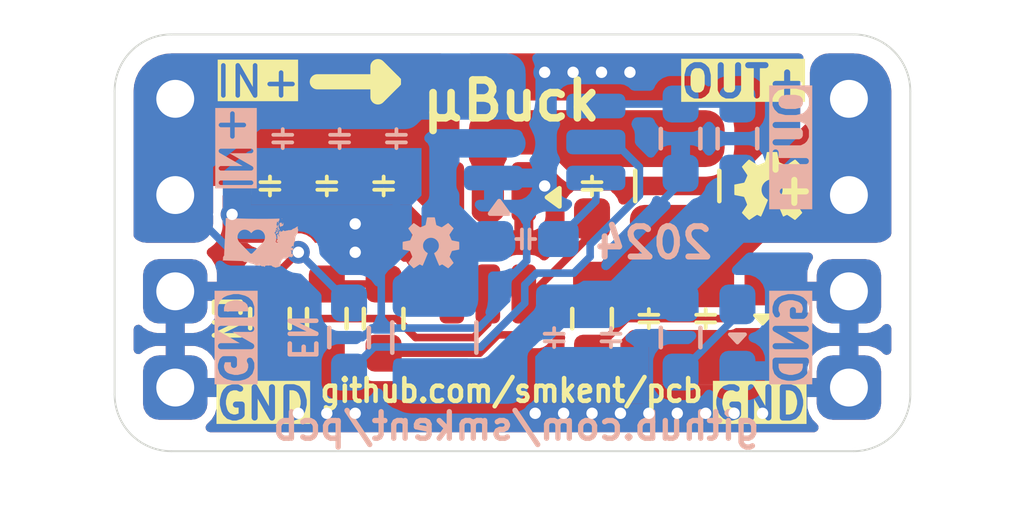
<source format=kicad_pcb>
(kicad_pcb (version 20240108) (generator "pcbnew") (generator_version "8.0")
  (layers (0 "F.Cu" signal) (31 "B.Cu" signal) (34 "B.Paste" user) (35 "F.Paste" user) (36 "B.SilkS" user "B.Silkscreen") (37 "F.SilkS" user "F.Silkscreen") (38 "B.Mask" user) (39 "F.Mask" user) (44 "Edge.Cuts" user))
  (net 0 "")
  (net 1 "GND")
  (net 2 "VIN")
  (net 3 "VOUT")
  (net 4 "Net-(U1-VBST)")
  (net 5 "Net-(LED1-A)")
  (net 6 "Net-(U2-VBST)")
  (net 7 "Net-(LED2-A)")
  (net 8 "/SW_F")
  (net 9 "/SW_B")
  (net 10 "/EN_F")
  (net 11 "/EN_B")
  (net 12 "FB_F")
  (net 13 "FB_B")
  (footprint "custom:C_0603_1608Metric_Pad1.08x0.95mm_HandSolder" (layer "F.Cu") (at 116 68.5 90)
    (property "Reference" "C7" (hide yes))
    (property "Value" "0u1")
    (pad "1" smd roundrect (at -0.8625 0 90) (size 1.075 0.95) (layers "F.Cu" "F.Paste" "F.Mask") (net 4 "Net-(U1-VBST)"))
    (pad "2" smd roundrect (at 0.8625 0 90) (size 1.075 0.95) (layers "F.Cu" "F.Paste" "F.Mask") (net 8 "/SW_F"))
  )
  (footprint "Resistor_SMD:R_0603_1608Metric_Pad0.98x0.95mm_HandSolder" (layer "F.Cu") (at 116 72 90)
    (property "Reference" "R0" (hide yes))
    (property "Value" "10K")
    (pad "1" smd roundrect (at -0.9125 0 90) (size 0.975 0.95) (layers "F.Cu" "F.Paste" "F.Mask") (net 5 "Net-(LED1-A)"))
    (pad "2" smd roundrect (at 0.9125 0 90) (size 0.975 0.95) (layers "F.Cu" "F.Paste" "F.Mask") (net 3 "VOUT"))
  )
  (footprint "Resistor_SMD:R_0603_1608Metric_Pad0.98x0.95mm_HandSolder" (layer "F.Cu") (at 109 72 90)
    (property "Reference" "R1" (hide yes))
    (property "Value" "10K")
    (pad "1" smd roundrect (at -0.9125 0 90) (size 0.975 0.95) (layers "F.Cu" "F.Paste" "F.Mask") (net 1 "GND"))
    (pad "2" smd roundrect (at 0.9125 0 90) (size 0.975 0.95) (layers "F.Cu" "F.Paste" "F.Mask") (net 12 "FB_F"))
  )
  (footprint "custom:SOT-23-6_Handsoldering_simple" (layer "F.Cu") (at 113.25 70 -90)
    (property "Reference" "U1" (hide yes))
    (property "Value" "TPS563200")
    (pad "1" smd roundrect (at -1.35 -0.95 270) (size 1.56 0.65) (layers "F.Cu" "F.Paste" "F.Mask") (net 1 "GND"))
    (pad "2" smd roundrect (at -1.35 0 270) (size 1.56 0.65) (layers "F.Cu" "F.Paste" "F.Mask") (net 8 "/SW_F"))
    (pad "3" smd roundrect (at -1.35 0.95 270) (size 1.56 0.65) (layers "F.Cu" "F.Paste" "F.Mask") (net 2 "VIN"))
    (pad "4" smd roundrect (at 1.35 0.95 270) (size 1.56 0.65) (layers "F.Cu" "F.Paste" "F.Mask") (net 12 "FB_F"))
    (pad "5" smd roundrect (at 1.35 0 270) (size 1.56 0.65) (layers "F.Cu" "F.Paste" "F.Mask") (net 10 "/EN_F"))
    (pad "6" smd roundrect (at 1.35 -0.95 270) (size 1.56 0.65) (layers "F.Cu" "F.Paste" "F.Mask") (net 4 "Net-(U1-VBST)"))
  )
  (footprint "custom:C_0603_1608Metric_Pad1.08x0.95mm_HandSolder" (layer "F.Cu") (at 109 68.5 -90)
    (property "Reference" "C2" (hide yes))
    (property "Value" "10u")
    (pad "1" smd roundrect (at -0.8625 0 270) (size 1.075 0.95) (layers "F.Cu" "F.Paste" "F.Mask") (net 2 "VIN"))
    (pad "2" smd roundrect (at 0.8625 0 270) (size 1.075 0.95) (layers "F.Cu" "F.Paste" "F.Mask") (net 1 "GND"))
  )
  (footprint "custom:C_0603_1608Metric_Pad1.08x0.95mm_HandSolder" (layer "F.Cu") (at 119 72 -90)
    (property "Reference" "C9" (hide yes))
    (property "Value" "22u")
    (pad "1" smd roundrect (at -0.8625 0 270) (size 1.075 0.95) (layers "F.Cu" "F.Paste" "F.Mask") (net 3 "VOUT"))
    (pad "2" smd roundrect (at 0.8625 0 270) (size 1.075 0.95) (layers "F.Cu" "F.Paste" "F.Mask") (net 1 "GND"))
  )
  (footprint "graphics:oshw-logo-2mm" (layer "F.Cu") (at 120.75 68.5)
    (property "Reference" "G***" (hide yes))
    (property "Value" "LOGO" (hide yes))
  )
  (footprint "custom:LED_0603_1608Metric_Pad1.05x0.95mm_HandSolder_simple" (layer "F.Cu") (at 120.5 72 90)
    (property "Reference" "LED1" (hide yes))
    (property "Value" "LED_Small")
    (pad "1" smd roundrect (at -0.875 0 90) (size 1.05 0.95) (layers "F.Cu" "F.Paste" "F.Mask") (net 1 "GND"))
    (pad "2" smd roundrect (at 0.875 0 90) (size 1.05 0.95) (layers "F.Cu" "F.Paste" "F.Mask") (net 5 "Net-(LED1-A)"))
  )
  (footprint "custom:C_0603_1608Metric_Pad1.08x0.95mm_HandSolder" (layer "F.Cu") (at 117.5 72 -90)
    (property "Reference" "C8" (hide yes))
    (property "Value" "22u")
    (pad "1" smd roundrect (at -0.8625 0 270) (size 1.075 0.95) (layers "F.Cu" "F.Paste" "F.Mask") (net 3 "VOUT"))
    (pad "2" smd roundrect (at 0.8625 0 270) (size 1.075 0.95) (layers "F.Cu" "F.Paste" "F.Mask") (net 1 "GND"))
  )
  (footprint "Resistor_SMD:R_0603_1608Metric_Pad0.98x0.95mm_HandSolder" (layer "F.Cu") (at 107.5 72 -90)
    (property "Reference" "R3" (hide yes))
    (property "Value" "10K")
    (pad "1" smd roundrect (at -0.9125 0 270) (size 0.975 0.95) (layers "F.Cu" "F.Paste" "F.Mask") (net 2 "VIN"))
    (pad "2" smd roundrect (at 0.9125 0 270) (size 0.975 0.95) (layers "F.Cu" "F.Paste" "F.Mask") (net 10 "/EN_F"))
  )
  (footprint "passive:L_1008_2520Metric" (layer "F.Cu") (at 118.25 68.5 -90)
    (property "Reference" "L1" (hide yes))
    (property "Value" "4u7")
    (pad "1" smd roundrect (at -1.1 0 270) (size 1.1 2.2) (layers "F.Cu" "F.Paste" "F.Mask") (roundrect_rratio 0.2) (net 8 "/SW_F"))
    (pad "2" smd roundrect (at 1.1 0 270) (size 1.1 2.2) (layers "F.Cu" "F.Paste" "F.Mask") (roundrect_rratio 0.2) (net 3 "VOUT"))
  )
  (footprint "Resistor_SMD:R_0603_1608Metric_Pad0.98x0.95mm_HandSolder" (layer "F.Cu") (at 110.5 72 -90)
    (property "Reference" "R2" (hide yes))
    (property "Value" "56K")
    (pad "1" smd roundrect (at -0.9125 0 270) (size 0.975 0.95) (layers "F.Cu" "F.Paste" "F.Mask") (net 12 "FB_F"))
    (pad "2" smd roundrect (at 0.9125 0 270) (size 0.975 0.95) (layers "F.Cu" "F.Paste" "F.Mask") (net 3 "VOUT"))
  )
  (footprint "custom:C_0603_1608Metric_Pad1.08x0.95mm_HandSolder" (layer "F.Cu") (at 110.5 68.5 -90)
    (property "Reference" "C3" (hide yes))
    (property "Value" "0u1")
    (pad "1" smd roundrect (at -0.8625 0 270) (size 1.075 0.95) (layers "F.Cu" "F.Paste" "F.Mask") (net 2 "VIN"))
    (pad "2" smd roundrect (at 0.8625 0 270) (size 1.075 0.95) (layers "F.Cu" "F.Paste" "F.Mask") (net 1 "GND"))
  )
  (footprint "custom:C_0603_1608Metric_Pad1.08x0.95mm_HandSolder" (layer "F.Cu") (at 107.5 68.5 -90)
    (property "Reference" "C1" (hide yes))
    (property "Value" "10u")
    (pad "1" smd roundrect (at -0.8625 0 270) (size 1.075 0.95) (layers "F.Cu" "F.Paste" "F.Mask") (net 2 "VIN"))
    (pad "2" smd roundrect (at 0.8625 0 270) (size 1.075 0.95) (layers "F.Cu" "F.Paste" "F.Mask") (net 1 "GND"))
  )
  (footprint "custom:C_0603_1608Metric_Pad1.08x0.95mm_HandSolder" (layer "B.Cu") (at 114.25 69.9 180)
    (property "Reference" "C10" (hide yes))
    (property "Value" "0u1")
    (pad "1" smd roundrect (at -0.8625 0 180) (size 1.075 0.95) (layers "B.Cu" "B.Paste" "B.Mask") (net 6 "Net-(U2-VBST)"))
    (pad "2" smd roundrect (at 0.8625 0 180) (size 1.075 0.95) (layers "B.Cu" "B.Paste" "B.Mask") (net 9 "/SW_B"))
  )
  (footprint "custom:C_0603_1608Metric_Pad1.08x0.95mm_HandSolder" (layer "B.Cu") (at 110.8375 67.25 -90)
    (property "Reference" "C6" (hide yes))
    (property "Value" "0u1")
    (pad "1" smd roundrect (at -0.8625 0 270) (size 1.075 0.95) (layers "B.Cu" "B.Paste" "B.Mask") (net 2 "VIN"))
    (pad "2" smd roundrect (at 0.8625 0 270) (size 1.075 0.95) (layers "B.Cu" "B.Paste" "B.Mask") (net 1 "GND"))
  )
  (footprint "graphics:oshw-logo-1.5mm" (layer "B.Cu") (at 111.75 70 180)
    (property "Reference" "G***" (hide yes))
    (property "Value" "LOGO" (hide yes))
  )
  (footprint "custom:PinHeader_1x04_P2.54mm_Vertical_simple_pad3,4gnd" (layer "B.Cu") (at 122.78 66.2 180)
    (property "Reference" "J2" (hide yes))
    (property "Value" "Pin headers")
    (pad "1" thru_hole oval (at 0 0 180) (size 1.7 1.7) (drill 1) (layers "*.Cu" "*.Mask") (net 3 "VOUT"))
    (pad "2" thru_hole oval (at 0 -2.54 180) (size 1.7 1.7) (drill 1) (layers "*.Cu" "*.Mask") (net 3 "VOUT"))
    (pad "3" thru_hole roundrect (at 0 -5.08 180) (size 1.7 1.7) (drill 1) (layers "*.Cu" "*.Mask") (net 1 "GND"))
    (pad "4" thru_hole roundrect (at 0 -7.62 180) (size 1.7 1.7) (drill 1) (layers "*.Cu" "*.Mask") (net 1 "GND"))
  )
  (footprint "Resistor_SMD:R_0603_1608Metric_Pad0.98x0.95mm_HandSolder" (layer "B.Cu") (at 119.8375 67.25 -90)
    (property "Reference" "R5" (hide yes))
    (property "Value" "56K")
    (pad "1" smd roundrect (at -0.9125 0 270) (size 0.975 0.95) (layers "B.Cu" "B.Paste" "B.Mask") (net 13 "FB_B"))
    (pad "2" smd roundrect (at 0.9125 0 270) (size 0.975 0.95) (layers "B.Cu" "B.Paste" "B.Mask") (net 3 "VOUT"))
  )
  (footprint "custom:PinHeader_1x04_P2.54mm_Vertical_simple_pad3,4gnd" (layer "B.Cu") (at 105 66.2 180)
    (property "Reference" "J1" (hide yes))
    (property "Value" "Pin headers")
    (pad "1" thru_hole oval (at 0 0 180) (size 1.7 1.7) (drill 1) (layers "*.Cu" "*.Mask") (net 2 "VIN"))
    (pad "2" thru_hole oval (at 0 -2.54 180) (size 1.7 1.7) (drill 1) (layers "*.Cu" "*.Mask") (net 2 "VIN"))
    (pad "3" thru_hole roundrect (at 0 -5.08 180) (size 1.7 1.7) (drill 1) (layers "*.Cu" "*.Mask") (net 1 "GND"))
    (pad "4" thru_hole roundrect (at 0 -7.62 180) (size 1.7 1.7) (drill 1) (layers "*.Cu" "*.Mask") (net 1 "GND"))
  )
  (footprint "passive:L_1008_2520Metric" (layer "B.Cu") (at 111.8375 72.5 -90)
    (property "Reference" "L2" (hide yes))
    (property "Value" "4u7")
    (pad "1" smd roundrect (at -1.1 0 270) (size 1.1 2.2) (layers "B.Cu" "B.Paste" "B.Mask") (roundrect_rratio 0.2) (net 9 "/SW_B"))
    (pad "2" smd roundrect (at 1.1 0 270) (size 1.1 2.2) (layers "B.Cu" "B.Paste" "B.Mask") (roundrect_rratio 0.2) (net 3 "VOUT"))
  )
  (footprint "graphics:wa-state-heart-2mm" (layer "B.Cu") (at 107.25 70 180)
    (property "Reference" "G***" (hide yes))
    (property "Value" "LOGO" (hide yes))
  )
  (footprint "Resistor_SMD:R_0603_1608Metric_Pad0.98x0.95mm_HandSolder" (layer "B.Cu") (at 118.3375 72.5 90)
    (property "Reference" "R7" (hide yes))
    (property "Value" "10K")
    (pad "1" smd roundrect (at -0.9125 0 90) (size 0.975 0.95) (layers "B.Cu" "B.Paste" "B.Mask") (net 7 "Net-(LED2-A)"))
    (pad "2" smd roundrect (at 0.9125 0 90) (size 0.975 0.95) (layers "B.Cu" "B.Paste" "B.Mask") (net 3 "VOUT"))
  )
  (footprint "Resistor_SMD:R_0603_1608Metric_Pad0.98x0.95mm_HandSolder" (layer "B.Cu") (at 118.3375 67.25 90)
    (property "Reference" "R6" (hide yes))
    (property "Value" "10K")
    (pad "1" smd roundrect (at -0.9125 0 90) (size 0.975 0.95) (layers "B.Cu" "B.Paste" "B.Mask") (net 1 "GND"))
    (pad "2" smd roundrect (at 0.9125 0 90) (size 0.975 0.95) (layers "B.Cu" "B.Paste" "B.Mask") (net 13 "FB_B"))
  )
  (footprint "custom:SOT-23-6_Handsoldering_simple" (layer "B.Cu") (at 114.75 67.34)
    (property "Reference" "U2" (hide yes))
    (property "Value" "TPS563200")
    (pad "1" smd roundrect (at -1.35 0.95) (size 1.56 0.65) (layers "B.Cu" "B.Paste" "B.Mask") (net 1 "GND"))
    (pad "2" smd roundrect (at -1.35 0) (size 1.56 0.65) (layers "B.Cu" "B.Paste" "B.Mask") (net 9 "/SW_B"))
    (pad "3" smd roundrect (at -1.35 -0.95) (size 1.56 0.65) (layers "B.Cu" "B.Paste" "B.Mask") (net 2 "VIN"))
    (pad "4" smd roundrect (at 1.35 -0.95) (size 1.56 0.65) (layers "B.Cu" "B.Paste" "B.Mask") (net 13 "FB_B"))
    (pad "5" smd roundrect (at 1.35 0) (size 1.56 0.65) (layers "B.Cu" "B.Paste" "B.Mask") (net 11 "/EN_B"))
    (pad "6" smd roundrect (at 1.35 0.95) (size 1.56 0.65) (layers "B.Cu" "B.Paste" "B.Mask") (net 6 "Net-(U2-VBST)"))
  )
  (footprint "custom:C_0603_1608Metric_Pad1.08x0.95mm_HandSolder" (layer "B.Cu") (at 109.3375 67.25 -90)
    (property "Reference" "C5" (hide yes))
    (property "Value" "10u")
    (pad "1" smd roundrect (at -0.8625 0 270) (size 1.075 0.95) (layers "B.Cu" "B.Paste" "B.Mask") (net 2 "VIN"))
    (pad "2" smd roundrect (at 0.8625 0 270) (size 1.075 0.95) (layers "B.Cu" "B.Paste" "B.Mask") (net 1 "GND"))
  )
  (footprint "custom:C_0603_1608Metric_Pad1.08x0.95mm_HandSolder" (layer "B.Cu") (at 107.8375 67.25 -90)
    (property "Reference" "C4" (hide yes))
    (property "Value" "10u")
    (pad "1" smd roundrect (at -0.8625 0 270) (size 1.075 0.95) (layers "B.Cu" "B.Paste" "B.Mask") (net 2 "VIN"))
    (pad "2" smd roundrect (at 0.8625 0 270) (size 1.075 0.95) (layers "B.Cu" "B.Paste" "B.Mask") (net 1 "GND"))
  )
  (footprint "custom:LED_0603_1608Metric_Pad1.05x0.95mm_HandSolder_simple" (layer "B.Cu") (at 119.8375 72.5 90)
    (property "Reference" "LED2" (hide yes))
    (property "Value" "LED_Small")
    (pad "1" smd roundrect (at -0.875 0 90) (size 1.05 0.95) (layers "B.Cu" "B.Paste" "B.Mask") (net 1 "GND"))
    (pad "2" smd roundrect (at 0.875 0 90) (size 1.05 0.95) (layers "B.Cu" "B.Paste" "B.Mask") (net 7 "Net-(LED2-A)"))
  )
  (footprint "Resistor_SMD:R_0603_1608Metric_Pad0.98x0.95mm_HandSolder" (layer "B.Cu") (at 109.5875 72.5 -90)
    (property "Reference" "R4" (hide yes))
    (property "Value" "10K")
    (pad "1" smd roundrect (at -0.9125 0 270) (size 0.975 0.95) (layers "B.Cu" "B.Paste" "B.Mask") (net 2 "VIN"))
    (pad "2" smd roundrect (at 0.9125 0 270) (size 0.975 0.95) (layers "B.Cu" "B.Paste" "B.Mask") (net 11 "/EN_B"))
  )
  (footprint "custom:C_0603_1608Metric_Pad1.08x0.95mm_HandSolder" (layer "B.Cu") (at 116.5 72.5 -90)
    (property "Reference" "C12" (hide yes))
    (property "Value" "22u")
    (pad "1" smd roundrect (at -0.8625 0 270) (size 1.075 0.95) (layers "B.Cu" "B.Paste" "B.Mask") (net 3 "VOUT"))
    (pad "2" smd roundrect (at 0.8625 0 270) (size 1.075 0.95) (layers "B.Cu" "B.Paste" "B.Mask") (net 1 "GND"))
  )
  (footprint "custom:C_0603_1608Metric_Pad1.08x0.95mm_HandSolder" (layer "B.Cu") (at 115 72.5 -90)
    (property "Reference" "C11" (hide yes))
    (property "Value" "22u")
    (pad "1" smd roundrect (at -0.8625 0 270) (size 1.075 0.95) (layers "B.Cu" "B.Paste" "B.Mask") (net 3 "VOUT"))
    (pad "2" smd roundrect (at 0.8625 0 270) (size 1.075 0.95) (layers "B.Cu" "B.Paste" "B.Mask") (net 1 "GND"))
  )
  (gr_poly (pts (xy 110.35 66.15) (xy 110.35 65.35) (xy 110.75 65.75)) (stroke (width 0.4)) (fill solid) (layer "F.SilkS"))
  (gr_line (start 108.75 65.75) (end 110.75 65.75) (stroke (width 0.4)) (layer "F.SilkS"))
  (gr_arc (start 124.4 74) (mid 123.96066 75.06066) (end 122.9 75.5) (stroke (width 0.05)) (layer "Edge.Cuts"))
  (gr_arc (start 122.9 64.5) (mid 123.96066 64.93934) (end 124.4 66) (stroke (width 0.05)) (layer "Edge.Cuts"))
  (gr_line (start 104.9 64.5) (end 122.9 64.5) (stroke (width 0.05)) (layer "Edge.Cuts"))
  (gr_arc (start 103.4 66) (mid 103.83934 64.93934) (end 104.9 64.5) (stroke (width 0.05)) (layer "Edge.Cuts"))
  (gr_arc (start 104.9 75.5) (mid 103.83934 75.06066) (end 103.4 74) (stroke (width 0.05)) (layer "Edge.Cuts"))
  (gr_line (start 103.4 74) (end 103.4 66) (stroke (width 0.05)) (layer "Edge.Cuts"))
  (gr_line (start 124.4 66) (end 124.4 74) (stroke (width 0.05)) (layer "Edge.Cuts"))
  (gr_line (start 122.9 75.5) (end 104.9 75.5) (stroke (width 0.05)) (layer "Edge.Cuts"))
  (gr_text "2024" (at 116 70 0) (layer "B.SilkS") (effects (font (size 0.8 0.8) (thickness 0.16) (bold yes)) (justify right mirror)))
  (gr_text "GND" (at 121.75 72.5 90) (layer "B.SilkS" knockout) (effects (font (size 0.8 0.8) (thickness 0.16) (bold yes)) (justify bottom mirror)))
  (gr_text "EN" (at 108.75 72.5 -90) (layer "B.SilkS") (effects (font (size 0.7 0.6) (thickness 0.12) (bold yes)) (justify top mirror)))
  (gr_text "github.com/smkent/pcb" (at 114 75.25 0) (layer "B.SilkS") (effects (font (size 0.7 0.7) (thickness 0.14) (bold yes)) (justify bottom mirror)))
  (gr_text "GND" (at 106.1 72.5 -90) (layer "B.SilkS" knockout) (effects (font (size 0.8 0.8) (thickness 0.16) (bold yes)) (justify bottom mirror)))
  (gr_text "OUT+" (at 121.75 67.5 90) (layer "B.SilkS" knockout) (effects (font (size 0.8 0.8) (thickness 0.16) (bold yes)) (justify bottom mirror)))
  (gr_text "IN+" (at 106.1 67.5 -90) (layer "B.SilkS" knockout) (effects (font (size 0.8 0.8) (thickness 0.12) (bold yes)) (justify bottom mirror)))
  (gr_text "µBuck" (at 113.875 66.25 0) (layer "F.SilkS") (effects (font (size 1 1) (thickness 0.2) (bold yes))))
  (gr_text "github.com/smkent/pcb" (at 113.875 74.25 0) (layer "F.SilkS") (effects (font (size 0.6 0.55) (thickness 0.12) (bold yes)) (justify bottom)))
  (gr_text "OUT+" (at 121.75 65.75 0) (layer "F.SilkS" knockout) (effects (font (size 0.8 0.8) (thickness 0.16) (bold yes)) (justify right)))
  (gr_text "GND" (at 121.75 74.25 0) (layer "F.SilkS" knockout) (effects (font (size 0.8 0.8) (thickness 0.16) (bold yes)) (justify right)))
  (gr_text "EN" (at 106.75 72 -90) (layer "F.SilkS") (effects (font (size 0.7 0.6) (thickness 0.12) (bold yes)) (justify top)))
  (gr_text "GND" (at 106 74.25 0) (layer "F.SilkS" knockout) (effects (font (size 0.8 0.8) (thickness 0.16) (bold yes)) (justify left)))
  (gr_text "IN+" (at 106 65.75 0) (layer "F.SilkS" knockout) (effects (font (size 0.8 0.8) (thickness 0.12) (bold yes)) (justify left)))
  (segment (start 119.225 68.525) (end 120.5 67.25) (width 0.2) (layer "F.Cu") (net 1))
  (segment (start 109.75 70.25) (end 109.75 69.5) (width 0.2) (layer "F.Cu") (net 1))
  (segment (start 114.325 68.525) (end 119.225 68.525) (width 0.2) (layer "F.Cu") (net 1))
  (segment (start 109.75 70.25) (end 111.5 70.25) (width 0.2) (layer "F.Cu") (net 1))
  (segment (start 114.2 68.65) (end 114.325 68.525) (width 0.2) (layer "F.Cu") (net 1))
  (via (at 109.75 70.25) (size 0.6) (drill 0.3) (layers "F.Cu" "B.Cu") (net 1))
  (via (at 109 74.5) (size 0.6) (drill 0.3) (layers "F.Cu" "B.Cu") (net 1))
  (via (at 119.75 74.5) (size 0.6) (drill 0.3) (layers "F.Cu" "B.Cu") (net 1))
  (via (at 116.25 65.5) (size 0.6) (drill 0.3) (layers "F.Cu" "B.Cu") (net 1))
  (via (at 117.5 74.5) (size 0.6) (drill 0.3) (layers "F.Cu" "B.Cu") (net 1))
  (via (at 117 65.5) (size 0.6) (drill 0.3) (layers "F.Cu" "B.Cu") (net 1))
  (via (at 115.5 65.5) (size 0.6) (drill 0.3) (layers "F.Cu" "B.Cu") (net 1))
  (via (at 114.75 65.5) (size 0.6) (drill 0.3) (layers "F.Cu" "B.Cu") (net 1))
  (via (at 115.25 74.5) (size 0.6) (drill 0.3) (layers "F.Cu" "B.Cu") (net 1))
  (via (at 108.25 74.5) (size 0.6) (drill 0.3) (layers "F.Cu" "B.Cu") (net 1))
  (via (at 120.5 74.5) (size 0.6) (drill 0.3) (layers "F.Cu" "B.Cu") (net 1))
  (via (at 116.75 74.5) (size 0.6) (drill 0.3) (layers "F.Cu" "B.Cu") (net 1))
  (via (at 114.75 68.5) (size 0.6) (drill 0.3) (layers "F.Cu" "B.Cu") (net 1))
  (via (at 109.75 74.5) (size 0.6) (drill 0.3) (layers "F.Cu" "B.Cu") (net 1))
  (via (at 109.75 69.5) (size 0.6) (drill 0.3) (layers "F.Cu" "B.Cu") (net 1))
  (via (at 114.5 74.5) (size 0.6) (drill 0.3) (layers "F.Cu" "B.Cu") (net 1))
  (via (at 119 74.5) (size 0.6) (drill 0.3) (layers "F.Cu" "B.Cu") (net 1))
  (via (at 106.5 69.25) (size 0.6) (drill 0.3) (layers "F.Cu" "B.Cu") (net 1))
  (via (at 116 74.5) (size 0.6) (drill 0.3) (layers "F.Cu" "B.Cu") (net 1))
  (via (at 118.25 74.5) (size 0.6) (drill 0.3) (layers "F.Cu" "B.Cu") (net 1))
  (segment (start 110.5 72.25) (end 110.4375 72.1875) (width 0.2) (layer "B.Cu") (net 1))
  (segment (start 114.275 68.975) (end 114.275 70.475) (width 0.2) (layer "B.Cu") (net 1))
  (segment (start 118.3375 68.1625) (end 118.3375 68.4125) (width 0.2) (layer "B.Cu") (net 1))
  (segment (start 113.75 71) (end 113.75 71.5) (width 0.2) (layer "B.Cu") (net 1))
  (segment (start 114.275 70.475) (end 113.75 71) (width 0.2) (layer "B.Cu") (net 1))
  (segment (start 110.4375 72.1875) (end 110.4375 69.8125) (width 0.2) (layer "B.Cu") (net 1))
  (segment (start 118.3375 68.4125) (end 116.75 70) (width 0.2) (layer "B.Cu") (net 1))
  (segment (start 110.8375 69.4125) (end 110.8375 68.1125) (width 0.2) (layer "B.Cu") (net 1))
  (segment (start 110.184314 72.25) (end 109.934314 72.5) (width 0.2) (layer "B.Cu") (net 1))
  (segment (start 113.75 71.5) (end 113 72.25) (width 0.2) (layer "B.Cu") (net 1))
  (segment (start 110.5 72.25) (end 110.184314 72.25) (width 0.2) (layer "B.Cu") (net 1))
  (segment (start 106.53 71.28) (end 105 71.28) (width 0.2) (layer "B.Cu") (net 1))
  (segment (start 113 72.25) (end 110.5 72.25) (width 0.2) (layer "B.Cu") (net 1))
  (segment (start 107.75 72.5) (end 106.53 71.28) (width 0.2) (layer "B.Cu") (net 1))
  (segment (start 110.4375 69.8125) (end 110.8375 69.4125) (width 0.2) (layer "B.Cu") (net 1))
  (segment (start 114.75 68.5) (end 114.275 68.975) (width 0.2) (layer "B.Cu") (net 1))
  (segment (start 113.4 68.29) (end 114.54 68.29) (width 0.2) (layer "B.Cu") (net 1))
  (segment (start 114.54 68.29) (end 114.75 68.5) (width 0.2) (layer "B.Cu") (net 1))
  (segment (start 109.934314 72.5) (end 107.75 72.5) (width 0.2) (layer "B.Cu") (net 1))
  (segment (start 107.5 71.0875) (end 107.5 71) (width 0.2) (layer "F.Cu") (net 2))
  (segment (start 107.5 71) (end 108.25 70.25) (width 0.2) (layer "F.Cu") (net 2))
  (via (at 108.25 70.25) (size 0.6) (drill 0.3) (layers "F.Cu" "B.Cu") (net 2))
  (segment (start 106.51 70.25) (end 108.25 70.25) (width 0.2) (layer "B.Cu") (net 2))
  (segment (start 108.25 70.25) (end 109.5875 71.5875) (width 0.2) (layer "B.Cu") (net 2))
  (segment (start 105 68.74) (end 106.51 70.25) (width 0.2) (layer "B.Cu") (net 2))
  (segment (start 116 71.0875) (end 115.9125 71.0875) (width 0.2) (layer "F.Cu") (net 3))
  (segment (start 115.9125 71.0875) (end 114.57 72.43) (width 0.2) (layer "F.Cu") (net 3))
  (segment (start 113.033185 72.9125) (end 110.5 72.9125) (width 0.2) (layer "F.Cu") (net 3))
  (segment (start 113.515685 72.43) (end 113.033185 72.9125) (width 0.2) (layer "F.Cu") (net 3))
  (segment (start 114.57 72.43) (end 113.515685 72.43) (width 0.2) (layer "F.Cu") (net 3))
  (segment (start 114.2 71.35) (end 114.4 71.35) (width 0.2) (layer "F.Cu") (net 4))
  (segment (start 114.4 71.35) (end 116 69.75) (width 0.2) (layer "F.Cu") (net 4))
  (segment (start 116 69.75) (end 116 69.3625) (width 0.2) (layer "F.Cu") (net 4))
  (segment (start 119.625 72) (end 120.5 71.125) (width 0.2) (layer "F.Cu") (net 5))
  (segment (start 116 72.9125) (end 116.9125 72) (width 0.2) (layer "F.Cu") (net 5))
  (segment (start 116.9125 72) (end 119.625 72) (width 0.2) (layer "F.Cu") (net 5))
  (segment (start 116.1 68.9) (end 115.1125 69.8875) (width 0.2) (layer "B.Cu") (net 6))
  (segment (start 115.1125 69.8875) (end 115.1125 69.9) (width 0.2) (layer "B.Cu") (net 6))
  (segment (start 116.1 68.29) (end 116.1 68.9) (width 0.2) (layer "B.Cu") (net 6))
  (segment (start 119.8375 71.625) (end 119.8375 71.9125) (width 0.2) (layer "B.Cu") (net 7))
  (segment (start 119.8375 71.9125) (end 118.3375 73.4125) (width 0.2) (layer "B.Cu") (net 7))
  (segment (start 111.341722 72.5) (end 110.841722 72) (width 0.2) (layer "F.Cu") (net 10))
  (segment (start 112.879999 72.5) (end 111.341722 72.5) (width 0.2) (layer "F.Cu") (net 10))
  (segment (start 110.841722 72) (end 108.4125 72) (width 0.2) (layer "F.Cu") (net 10))
  (segment (start 113.25 72.129999) (end 112.879999 72.5) (width 0.2) (layer "F.Cu") (net 10))
  (segment (start 108.4125 72) (end 107.5 72.9125) (width 0.2) (layer "F.Cu") (net 10))
  (segment (start 113.25 71.35) (end 113.25 72.129999) (width 0.2) (layer "F.Cu") (net 10))
  (segment (start 117.25 68) (end 117.25 68.75) (width 0.2) (layer "B.Cu") (net 11))
  (segment (start 117.25 68.75) (end 115.95 70.05) (width 0.2) (layer "B.Cu") (net 11))
  (segment (start 116.1 67.34) (end 116.588576 67.34) (width 0.2) (layer "B.Cu") (net 11))
  (segment (start 113.065686 72.75) (end 110.25 72.75) (width 0.2) (layer "B.Cu") (net 11))
  (segment (start 114.225 71.590686) (end 113.065686 72.75) (width 0.2) (layer "B.Cu") (net 11))
  (segment (start 115.95 70.05) (end 115.95 70.366722) (width 0.2) (layer "B.Cu") (net 11))
  (segment (start 115.516722 70.8) (end 114.533278 70.8) (width 0.2) (layer "B.Cu") (net 11))
  (segment (start 115.95 70.366722) (end 115.516722 70.8) (width 0.2) (layer "B.Cu") (net 11))
  (segment (start 117.181424 67.931424) (end 117.25 68) (width 0.2) (layer "B.Cu") (net 11))
  (segment (start 114.533278 70.8) (end 114.225 71.108278) (width 0.2) (layer "B.Cu") (net 11))
  (segment (start 116.588576 67.34) (end 117.18 67.931424) (width 0.2) (layer "B.Cu") (net 11))
  (segment (start 117.18 67.931424) (end 117.181424 67.931424) (width 0.2) (layer "B.Cu") (net 11))
  (segment (start 110.25 72.75) (end 109.5875 73.4125) (width 0.2) (layer "B.Cu") (net 11))
  (segment (start 114.225 71.108278) (end 114.225 71.590686) (width 0.2) (layer "B.Cu") (net 11))
  (segment (start 110.5 71.0875) (end 111.3375 71.0875) (width 0.2) (layer "F.Cu") (net 12))
  (segment (start 111.3375 71.0875) (end 111.6 71.35) (width 0.2) (layer "F.Cu") (net 12))
  (segment (start 109 71.0875) (end 110.5 71.0875) (width 0.2) (layer "F.Cu") (net 12))
  (segment (start 111.6 71.35) (end 112.3 71.35) (width 0.2) (layer "F.Cu") (net 12))
  (segment (start 118.3375 66.3375) (end 116.1525 66.3375) (width 0.2) (layer "B.Cu") (net 13))
  (segment (start 119.8375 66.3375) (end 118.3375 66.3375) (width 0.2) (layer "B.Cu") (net 13))
  (segment (start 116.1525 66.3375) (end 116.1 66.39) (width 0.2) (layer "B.Cu") (net 13))
  (zone (net 1) (net_name "GND") (layer "F.Cu") (priority 1) (connect_pads yes (clearance 0)) (min_thickness 0.25) (fill yes (thermal_gap 0.25) (thermal_bridge_width 0.5) (smoothing fillet) (radius 0.5))
    (polygon (pts (xy 116.75 72.25) (xy 121.5 72.25) (xy 121.5 73.75) (xy 116.75 73.75)))
  )
  (zone (net 3) (net_name "VOUT") (layer "F.Cu") (priority 1) (connect_pads yes (clearance 0)) (min_thickness 0.25) (fill yes (thermal_gap 0.25) (thermal_bridge_width 0.5) (smoothing fillet) (radius 0.5))
    (polygon (pts (xy 117 69) (xy 117 69.75) (xy 116.25 70.5) (xy 115.5 70.5) (xy 115.5 71.75) (xy 119.75 71.75) (xy 119.75 70.75) (xy 120.5 70) (xy 124 70) (xy 124 65) (xy 121.75 65) (xy 121.75 66.75) (xy 119.5 69)))
  )
  (zone (net 1) (net_name "GND") (layer "F.Cu") (priority 1) (connect_pads yes (clearance 0)) (min_thickness 0.25) (fill yes (thermal_gap 0.25) (thermal_bridge_width 0.5) (smoothing fillet) (radius 0.5))
    (polygon (pts (xy 106.25 68.75) (xy 111.25 68.75) (xy 112 69.5) (xy 112 70.5) (xy 109.5 70.5) (xy 109 70) (xy 106.25 70)))
  )
  (zone (net 8) (net_name "/SW_F") (layer "F.Cu") (priority 1) (connect_pads yes (clearance 0)) (min_thickness 0.25) (fill yes (thermal_gap 0.25) (thermal_bridge_width 0.5) (smoothing fillet) (radius 0.5))
    (polygon (pts (xy 112.75 69.5) (xy 113.75 69.5) (xy 113.75 67.75) (xy 115 67.75) (xy 115.5 68.25) (xy 116.5 68.25) (xy 116.75 68) (xy 119.5 68) (xy 119.5 66.5) (xy 112.75 66.5)))
  )
  (zone (net 2) (net_name "VIN") (layer "F.Cu") (priority 1) (connect_pads yes (clearance 0)) (min_thickness 0.25) (fill yes (thermal_gap 0.25) (thermal_bridge_width 0.5) (smoothing fillet) (radius 0.5))
    (polygon (pts (xy 103.75 70) (xy 106 70) (xy 106 68.5) (xy 111 68.5) (xy 112 69.5) (xy 112.5 69.5) (xy 112.5 65) (xy 103.75 65)))
  )
  (zone (net 1) (net_name "GND") (layers "F&B.Cu") (connect_pads (clearance 0.25)) (min_thickness 0.25) (fill yes (thermal_gap 0.25) (thermal_bridge_width 0.5))
    (polygon (pts (xy 102.89 64.5) (xy 124.89 64.5) (xy 124.89 75.5) (xy 119.89 75.5) (xy 118.69 75.5) (xy 118.09 75.5) (xy 117.49 75.5) (xy 102.89 75.5)))
  )
  (zone (net 3) (net_name "VOUT") (layer "B.Cu") (priority 1) (connect_pads yes (clearance 0)) (min_thickness 0.25) (fill yes (thermal_gap 0.25) (thermal_bridge_width 0.5) (smoothing fillet) (radius 0.5))
    (polygon (pts (xy 110.75 72.5) (xy 110.75 74.25) (xy 114 74.25) (xy 114.5 73.75) (xy 114.5 73) (xy 115.25 72.25) (xy 116.75 72.25) (xy 117.020492 72.02459) (xy 118.75 72) (xy 118.75 71.25) (xy 120 70) (xy 124 70) (xy 124 65) (xy 121.75 65) (xy 121.75 67.25) (xy 120.75 68.25) (xy 119.25 68.25) (xy 118.5 69) (xy 116.5 71) (xy 114.5 71) (xy 114.5 71.5) (xy 113.5 72.5)))
  )
  (zone (net 2) (net_name "VIN") (layer "B.Cu") (priority 1) (connect_pads yes (clearance 0)) (min_thickness 0.25) (fill yes (thermal_gap 0.25) (thermal_bridge_width 0.5) (smoothing fillet) (radius 0.5))
    (polygon (pts (xy 103.75 65) (xy 103.75 70) (xy 106 70) (xy 106 68) (xy 107.25 67) (xy 111.25 67) (xy 111.5 66.75) (xy 114.25 66.75) (xy 114.25 65)))
  )
  (zone (net 9) (net_name "/SW_B") (layer "B.Cu") (priority 1) (connect_pads yes (clearance 0)) (min_thickness 0.25) (fill yes (thermal_gap 0.25) (thermal_bridge_width 0.5) (smoothing fillet) (radius 0.5))
    (polygon (pts (xy 113 72) (xy 113 70.5) (xy 114 70.5) (xy 114 69.5) (xy 113 69.5) (xy 112.5 69) (xy 112.5 67.75) (xy 114.25 67.75) (xy 114.25 67) (xy 111.75 67) (xy 111.5 67.25) (xy 111.5 70.25) (xy 110.75 71) (xy 110.75 72)))
  )
  (zone (net 1) (net_name "GND") (layer "B.Cu") (priority 1) (connect_pads yes (clearance 0)) (min_thickness 0.25) (fill yes (thermal_gap 0.25) (thermal_bridge_width 0.5) (smoothing fillet) (radius 0.5))
    (polygon (pts (xy 107 67.5) (xy 111.5 67.5) (xy 111.5 68.75) (xy 111.25 69) (xy 107 69)))
  )
  (zone (net 1) (net_name "GND") (layer "B.Cu") (priority 1) (connect_pads yes (clearance 0)) (min_thickness 0.25) (fill yes (thermal_gap 0.25) (thermal_bridge_width 0.5) (smoothing fillet) (radius 0.5))
    (polygon (pts (xy 114.5 74.25) (xy 114.5 73) (xy 114.75 72.75) (xy 117.5 72.75) (xy 117.5 74.25)))
  )
)
</source>
